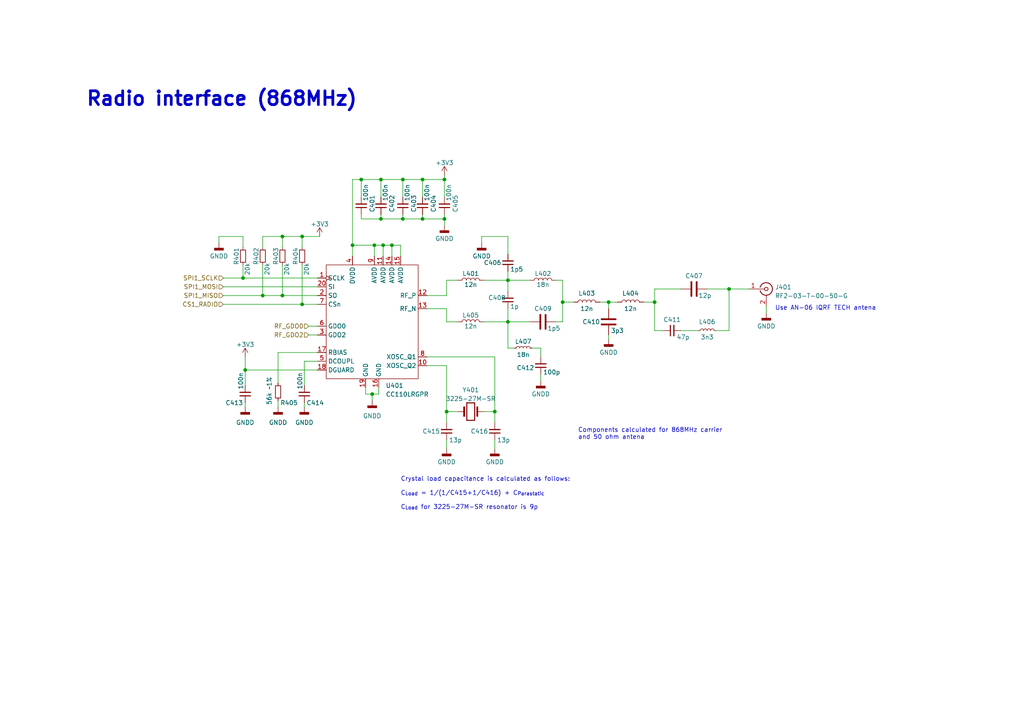
<source format=kicad_sch>
(kicad_sch (version 20230121) (generator eeschema)
  (paper "A4")
  (lib_symbols
    (symbol "Connector:Conn_Coaxial" (pin_names (offset 1.016) hide)
      (property "Reference" "J" (at 0.254 3.048 0))
      (property "Value" "Conn_Coaxial" (at 2.921 0 90))
      (symbol "Conn_Coaxial_0_1"
        (arc (start -1.778 -0.508) (mid 0.222 -1.808) (end 1.778 0) (stroke (width 0.254)))
        (polyline (pts (xy -2.54 0) (xy -0.508 0)))
        (polyline (pts (xy 0 -2.54) (xy 0 -1.778)))
        (circle (center 0 0) (radius 0.508) (stroke (width 0.2032)))
        (arc (start 1.778 0) (mid 0.222 1.8083) (end -1.778 0.508) (stroke (width 0.254)))
      )
      (symbol "Conn_Coaxial_1_1"
        (pin passive line (at -5.08 0 0) (length 2.54) (name "In") (number "1"))
        (pin passive line (at 0 -5.08 90) (length 2.54) (name "Ext") (number "2"))
      )
    )
    (symbol "CustomSymbols:CC110LRGPR"
      (property "Reference" "U" (at 1.27 1.27 0))
      (property "Value" "CC110LRGPR" (at 1.27 -1.27 0))
      (symbol "CC110LRGPR_0_1"
        (rectangle (start 2.54 -2.54) (end 29.21 -35.56) (stroke (width 0.1524)))
      )
      (symbol "CC110LRGPR_1_1"
        (pin input clock (at 0 -6.35 0) (length 2.54) (name "SCLK") (number "1"))
        (pin input line (at 31.75 -31.75 180) (length 2.54) (name "XOSC_Q2") (number "10"))
        (pin power_in line (at 19.05 0 270) (length 2.54) (name "AVDD") (number "11"))
        (pin input line (at 31.75 -11.43 180) (length 2.54) (name "RF_P") (number "12"))
        (pin input line (at 31.75 -15.24 180) (length 2.54) (name "RF_N") (number "13"))
        (pin power_in line (at 21.59 0 270) (length 2.54) (name "AVDD") (number "14"))
        (pin power_in line (at 24.13 0 270) (length 2.54) (name "AVDD") (number "15"))
        (pin input line (at 17.78 -38.1 90) (length 2.54) (name "GND") (number "16"))
        (pin input line (at 0 -27.94 0) (length 2.54) (name "RBIAS") (number "17"))
        (pin input line (at 0 -33.02 0) (length 2.54) (name "DGUARD") (number "18"))
        (pin input line (at 13.97 -38.1 90) (length 2.54) (name "GND") (number "19"))
        (pin output line (at 0 -11.43 0) (length 2.54) (name "SO") (number "2"))
        (pin input line (at 0 -8.89 0) (length 2.54) (name "SI") (number "20"))
        (pin input line (at 0 -22.86 0) (length 2.54) (name "GDO2") (number "3"))
        (pin power_in line (at 10.16 0 270) (length 2.54) (name "DVDD") (number "4"))
        (pin input line (at 0 -30.48 0) (length 2.54) (name "DCOUPL") (number "5"))
        (pin input line (at 0 -20.32 0) (length 2.54) (name "GDO0") (number "6"))
        (pin input line (at 0 -13.97 0) (length 2.54) (name "CSn") (number "7"))
        (pin input line (at 31.75 -29.21 180) (length 2.54) (name "XOSC_Q1") (number "8"))
        (pin power_in line (at 16.51 0 270) (length 2.54) (name "AVDD") (number "9"))
      )
    )
    (symbol "Device:C" (pin_numbers hide) (pin_names (offset 0.254))
      (property "Reference" "C" (at 0.635 2.54 0))
      (property "Value" "C" (at 0.635 -2.54 0))
      (symbol "C_0_1"
        (polyline (pts (xy -2.032 -0.762) (xy 2.032 -0.762)) (stroke (width 0.508)))
        (polyline (pts (xy -2.032 0.762) (xy 2.032 0.762)) (stroke (width 0.508)))
      )
      (symbol "C_1_1"
        (pin passive line (at 0 3.81 270) (length 2.794) (name "~") (number "1"))
        (pin passive line (at 0 -3.81 90) (length 2.794) (name "~") (number "2"))
      )
    )
    (symbol "Device:C_Small" (pin_numbers hide) (pin_names (offset 0.254) hide)
      (property "Reference" "C" (at 0.254 1.778 0))
      (property "Value" "C_Small" (at 0.254 -2.032 0))
      (symbol "C_Small_0_1"
        (polyline (pts (xy -1.524 -0.508) (xy 1.524 -0.508)) (stroke (width 0.3302)))
        (polyline (pts (xy -1.524 0.508) (xy 1.524 0.508)) (stroke (width 0.3048)))
      )
      (symbol "C_Small_1_1"
        (pin passive line (at 0 2.54 270) (length 2.032) (name "~") (number "1"))
        (pin passive line (at 0 -2.54 90) (length 2.032) (name "~") (number "2"))
      )
    )
    (symbol "Device:Crystal" (pin_numbers hide) (pin_names (offset 1.016) hide)
      (property "Reference" "Y" (at 0 3.81 0))
      (property "Value" "Crystal" (at 0 -3.81 0))
      (symbol "Crystal_0_1"
        (rectangle (start -1.143 2.54) (end 1.143 -2.54) (stroke (width 0.3048)))
        (polyline (pts (xy -2.54 0) (xy -1.905 0)))
        (polyline (pts (xy -1.905 -1.27) (xy -1.905 1.27)) (stroke (width 0.508)))
        (polyline (pts (xy 1.905 -1.27) (xy 1.905 1.27)) (stroke (width 0.508)))
        (polyline (pts (xy 2.54 0) (xy 1.905 0)))
      )
      (symbol "Crystal_1_1"
        (pin passive line (at -3.81 0 0) (length 1.27) (name "1") (number "1"))
        (pin passive line (at 3.81 0 180) (length 1.27) (name "2") (number "2"))
      )
    )
    (symbol "Device:L" (pin_numbers hide) (pin_names (offset 1.016) hide)
      (property "Reference" "L" (at -1.27 0 90))
      (property "Value" "L" (at 1.905 0 90))
      (symbol "L_0_1"
        (arc (start 0 -2.54) (mid 0.6323 -1.905) (end 0 -1.27))
        (arc (start 0 -1.27) (mid 0.6323 -0.635) (end 0 0))
        (arc (start 0 0) (mid 0.6323 0.635) (end 0 1.27))
        (arc (start 0 1.27) (mid 0.6323 1.905) (end 0 2.54))
      )
      (symbol "L_1_1"
        (pin passive line (at 0 3.81 270) (length 1.27) (name "1") (number "1"))
        (pin passive line (at 0 -3.81 90) (length 1.27) (name "2") (number "2"))
      )
    )
    (symbol "Device:L_Small" (pin_numbers hide) (pin_names (offset 0.254) hide)
      (property "Reference" "L" (at 0.762 1.016 0))
      (property "Value" "L_Small" (at 0.762 -1.016 0))
      (symbol "L_Small_0_1"
        (arc (start 0 -2.032) (mid 0.5058 -1.524) (end 0 -1.016))
        (arc (start 0 -1.016) (mid 0.5058 -0.508) (end 0 0))
        (arc (start 0 0) (mid 0.5058 0.508) (end 0 1.016))
        (arc (start 0 1.016) (mid 0.5058 1.524) (end 0 2.032))
      )
      (symbol "L_Small_1_1"
        (pin passive line (at 0 2.54 270) (length 0.508) (name "~") (number "1"))
        (pin passive line (at 0 -2.54 90) (length 0.508) (name "~") (number "2"))
      )
    )
    (symbol "Device:R_Small" (pin_numbers hide) (pin_names (offset 0.254) hide)
      (property "Reference" "R" (at 0.762 0.508 0))
      (property "Value" "R_Small" (at 0.762 -1.016 0))
      (symbol "R_Small_0_1"
        (rectangle (start -0.762 1.778) (end 0.762 -1.778) (stroke (width 0.2032)))
      )
      (symbol "R_Small_1_1"
        (pin passive line (at 0 2.54 270) (length 0.762) (name "~") (number "1"))
        (pin passive line (at 0 -2.54 90) (length 0.762) (name "~") (number "2"))
      )
    )
    (symbol "power:+3V3" (power) (pin_names (offset 0))
      (property "Value" "+3V3" (at 0 3.556 0))
      (symbol "+3V3_0_1"
        (polyline (pts (xy -0.762 1.27) (xy 0 2.54)))
        (polyline (pts (xy 0 0) (xy 0 2.54)))
        (polyline (pts (xy 0 2.54) (xy 0.762 1.27)))
      )
      (symbol "+3V3_1_1"
        (pin power_in line (at 0 0 90) (length 0) hide (name "+3V3") (number "1"))
      )
    )
    (symbol "power:GNDD" (power) (pin_names (offset 0))
      (property "Value" "GNDD" (at 0 -3.175 0))
      (symbol "GNDD_0_1"
        (rectangle (start -1.27 -1.524) (end 1.27 -2.032) (stroke (width 0.254)) (fill (type outline)))
        (polyline (pts (xy 0 0) (xy 0 -1.524)))
      )
      (symbol "GNDD_1_1"
        (pin power_in line (at 0 0 270) (length 0) hide (name "GNDD") (number "1"))
      )
    )
  )
  (junction (at 128.905 63.5))
  (junction (at 108.585 71.12))
  (junction (at 81.915 85.725))
  (junction (at 81.915 68.58))
  (junction (at 87.63 68.58))
  (junction (at 122.555 63.5))
  (junction (at 102.235 71.12))
  (junction (at 116.84 52.07))
  (junction (at 71.12 107.315))
  (junction (at 211.455 83.82))
  (junction (at 104.775 52.07))
  (junction (at 110.49 63.5))
  (junction (at 189.865 87.63))
  (junction (at 113.665 71.12))
  (junction (at 129.54 119.38))
  (junction (at 70.485 80.645))
  (junction (at 110.49 52.07))
  (junction (at 143.51 119.38))
  (junction (at 122.555 52.07))
  (junction (at 111.125 71.12))
  (junction (at 87.63 88.265))
  (junction (at 147.32 93.345))
  (junction (at 176.53 87.63))
  (junction (at 107.95 114.3))
  (junction (at 116.84 63.5))
  (junction (at 76.2 85.725))
  (junction (at 128.905 52.07))
  (junction (at 147.32 81.28))
  (junction (at 163.195 87.63))
  (wire (pts (xy 109.855 112.395) (xy 109.855 114.3)))
  (wire (pts (xy 189.865 95.885) (xy 189.865 87.63)))
  (wire (pts (xy 64.77 85.725) (xy 76.2 85.725)))
  (wire (pts (xy 116.205 71.12) (xy 113.665 71.12)))
  (wire (pts (xy 122.555 52.07) (xy 122.555 57.15)))
  (wire (pts (xy 81.915 76.835) (xy 81.915 85.725)))
  (wire (pts (xy 71.12 111.76) (xy 71.12 107.315)))
  (wire (pts (xy 211.455 95.885) (xy 211.455 83.82)))
  (wire (pts (xy 63.5 68.58) (xy 70.485 68.58)))
  (wire (pts (xy 207.645 95.885) (xy 211.455 95.885)))
  (wire (pts (xy 128.905 52.07) (xy 128.905 57.15)))
  (wire (pts (xy 111.125 71.12) (xy 111.125 74.295)))
  (wire (pts (xy 87.63 88.265) (xy 92.075 88.265)))
  (wire (pts (xy 147.32 100.965) (xy 147.32 93.345)))
  (wire (pts (xy 176.53 87.63) (xy 176.53 89.535)))
  (wire (pts (xy 123.825 106.045) (xy 129.54 106.045)))
  (wire (pts (xy 81.915 85.725) (xy 92.075 85.725)))
  (wire (pts (xy 147.32 93.345) (xy 147.32 89.535)))
  (wire (pts (xy 143.51 127.635) (xy 143.51 130.175)))
  (wire (pts (xy 116.84 62.23) (xy 116.84 63.5)))
  (wire (pts (xy 186.69 87.63) (xy 189.865 87.63)))
  (wire (pts (xy 197.485 95.885) (xy 202.565 95.885)))
  (wire (pts (xy 92.71 68.58) (xy 87.63 68.58)))
  (wire (pts (xy 123.825 89.535) (xy 129.54 89.535)))
  (wire (pts (xy 129.54 127.635) (xy 129.54 130.175)))
  (wire (pts (xy 89.535 94.615) (xy 92.075 94.615)))
  (wire (pts (xy 110.49 62.23) (xy 110.49 63.5)))
  (wire (pts (xy 192.405 95.885) (xy 189.865 95.885)))
  (wire (pts (xy 88.265 111.76) (xy 88.265 104.775)))
  (wire (pts (xy 163.195 93.345) (xy 163.195 87.63)))
  (wire (pts (xy 104.775 63.5) (xy 110.49 63.5)))
  (wire (pts (xy 116.84 52.07) (xy 116.84 57.15)))
  (wire (pts (xy 189.865 83.82) (xy 197.485 83.82)))
  (wire (pts (xy 176.53 87.63) (xy 179.07 87.63)))
  (wire (pts (xy 176.53 97.155) (xy 176.53 98.425)))
  (wire (pts (xy 104.775 57.15) (xy 104.775 52.07)))
  (wire (pts (xy 161.29 93.345) (xy 163.195 93.345)))
  (wire (pts (xy 102.235 71.12) (xy 102.235 74.295)))
  (wire (pts (xy 129.54 89.535) (xy 129.54 93.345)))
  (wire (pts (xy 108.585 71.12) (xy 108.585 74.295)))
  (wire (pts (xy 129.54 119.38) (xy 129.54 122.555)))
  (wire (pts (xy 64.77 80.645) (xy 70.485 80.645)))
  (wire (pts (xy 132.715 119.38) (xy 129.54 119.38)))
  (wire (pts (xy 113.665 71.12) (xy 113.665 74.295)))
  (wire (pts (xy 108.585 71.12) (xy 102.235 71.12)))
  (wire (pts (xy 122.555 52.07) (xy 116.84 52.07)))
  (wire (pts (xy 111.125 71.12) (xy 108.585 71.12)))
  (wire (pts (xy 147.32 81.28) (xy 153.67 81.28)))
  (wire (pts (xy 143.51 103.505) (xy 143.51 119.38)))
  (wire (pts (xy 71.12 116.84) (xy 71.12 118.11)))
  (wire (pts (xy 147.32 68.58) (xy 147.32 73.66)))
  (wire (pts (xy 156.845 108.585) (xy 156.845 110.49)))
  (wire (pts (xy 123.825 103.505) (xy 143.51 103.505)))
  (wire (pts (xy 156.845 100.965) (xy 154.305 100.965)))
  (wire (pts (xy 129.54 85.725) (xy 129.54 81.28)))
  (wire (pts (xy 106.045 114.3) (xy 107.95 114.3)))
  (wire (pts (xy 80.645 102.235) (xy 92.075 102.235)))
  (wire (pts (xy 76.2 76.835) (xy 76.2 85.725)))
  (wire (pts (xy 71.12 103.505) (xy 71.12 107.315)))
  (wire (pts (xy 81.915 68.58) (xy 81.915 71.755)))
  (wire (pts (xy 143.51 119.38) (xy 143.51 122.555)))
  (wire (pts (xy 129.54 93.345) (xy 132.715 93.345)))
  (wire (pts (xy 89.535 97.155) (xy 92.075 97.155)))
  (wire (pts (xy 87.63 68.58) (xy 87.63 71.755)))
  (wire (pts (xy 211.455 83.82) (xy 217.17 83.82)))
  (wire (pts (xy 81.915 68.58) (xy 76.2 68.58)))
  (wire (pts (xy 76.2 85.725) (xy 81.915 85.725)))
  (wire (pts (xy 189.865 87.63) (xy 189.865 83.82)))
  (wire (pts (xy 128.905 52.07) (xy 122.555 52.07)))
  (wire (pts (xy 128.905 63.5) (xy 122.555 63.5)))
  (wire (pts (xy 122.555 62.23) (xy 122.555 63.5)))
  (wire (pts (xy 163.195 81.28) (xy 163.195 87.63)))
  (wire (pts (xy 129.54 106.045) (xy 129.54 119.38)))
  (wire (pts (xy 87.63 76.835) (xy 87.63 88.265)))
  (wire (pts (xy 222.25 88.9) (xy 222.25 90.805)))
  (wire (pts (xy 104.775 62.23) (xy 104.775 63.5)))
  (wire (pts (xy 156.845 103.505) (xy 156.845 100.965)))
  (wire (pts (xy 109.855 114.3) (xy 107.95 114.3)))
  (wire (pts (xy 128.905 63.5) (xy 128.905 65.405)))
  (wire (pts (xy 110.49 52.07) (xy 110.49 57.15)))
  (wire (pts (xy 173.99 87.63) (xy 176.53 87.63)))
  (wire (pts (xy 102.235 52.07) (xy 102.235 71.12)))
  (wire (pts (xy 70.485 68.58) (xy 70.485 71.755)))
  (wire (pts (xy 161.29 81.28) (xy 163.195 81.28)))
  (wire (pts (xy 139.7 70.485) (xy 139.7 68.58)))
  (wire (pts (xy 107.95 114.3) (xy 107.95 116.205)))
  (wire (pts (xy 128.905 50.8) (xy 128.905 52.07)))
  (wire (pts (xy 129.54 81.28) (xy 132.715 81.28)))
  (wire (pts (xy 128.905 62.23) (xy 128.905 63.5)))
  (wire (pts (xy 70.485 76.835) (xy 70.485 80.645)))
  (wire (pts (xy 116.205 74.295) (xy 116.205 71.12)))
  (wire (pts (xy 80.645 118.11) (xy 80.645 116.205)))
  (wire (pts (xy 64.77 83.185) (xy 92.075 83.185)))
  (wire (pts (xy 149.225 100.965) (xy 147.32 100.965)))
  (wire (pts (xy 123.825 85.725) (xy 129.54 85.725)))
  (wire (pts (xy 116.84 63.5) (xy 122.555 63.5)))
  (wire (pts (xy 139.7 68.58) (xy 147.32 68.58)))
  (wire (pts (xy 87.63 68.58) (xy 81.915 68.58)))
  (wire (pts (xy 92.075 107.315) (xy 71.12 107.315)))
  (wire (pts (xy 147.32 81.28) (xy 147.32 84.455)))
  (wire (pts (xy 70.485 80.645) (xy 92.075 80.645)))
  (wire (pts (xy 140.335 93.345) (xy 147.32 93.345)))
  (wire (pts (xy 163.195 87.63) (xy 166.37 87.63)))
  (wire (pts (xy 140.335 119.38) (xy 143.51 119.38)))
  (wire (pts (xy 102.235 52.07) (xy 104.775 52.07)))
  (wire (pts (xy 88.265 104.775) (xy 92.075 104.775)))
  (wire (pts (xy 88.265 116.84) (xy 88.265 118.11)))
  (wire (pts (xy 211.455 83.82) (xy 205.105 83.82)))
  (wire (pts (xy 76.2 68.58) (xy 76.2 71.755)))
  (wire (pts (xy 110.49 63.5) (xy 116.84 63.5)))
  (wire (pts (xy 140.335 81.28) (xy 147.32 81.28)))
  (wire (pts (xy 106.045 112.395) (xy 106.045 114.3)))
  (wire (pts (xy 63.5 70.485) (xy 63.5 68.58)))
  (wire (pts (xy 80.645 111.125) (xy 80.645 102.235)))
  (wire (pts (xy 147.32 78.74) (xy 147.32 81.28)))
  (wire (pts (xy 64.77 88.265) (xy 87.63 88.265)))
  (wire (pts (xy 110.49 52.07) (xy 104.775 52.07)))
  (wire (pts (xy 116.84 52.07) (xy 110.49 52.07)))
  (wire (pts (xy 113.665 71.12) (xy 111.125 71.12)))
  (wire (pts (xy 147.32 93.345) (xy 153.67 93.345)))
  (text "Crystal load capacitance is calculated as follows:\n\nC_{Load} = 1/(1/${d22a4b1b-e9dc-48f7-85f2-7fbf2584ebb6:REFERENCE}+1/${a2737903-30d2-40ad-8093-50eec4b65417:REFERENCE}) + C_{Parastatic}\n\nC_{Load} for 3225-27M-SR resonator is 9p" (at 116.205 147.955 0) (effects (font (size 1.27 1.27)) (justify left bottom)))
  (text "Radio interface (868MHz)" (at 24.765 31.115 0) (effects (font (size 4 4) (thickness 0.8) bold) (justify left bottom)))
  (text "Components calculated for 868MHz carrier\nand 50 ohm antena" (at 167.64 127.635 0) (effects (font (size 1.27 1.27)) (justify left bottom)))
  (text "Use AN-06 IQRF TECH antena" (at 224.79 90.17 0) (effects (font (size 1.27 1.27)) (justify left bottom)))
  (hierarchical_label "SPI1_MISO" (shape input) (at 64.77 85.725 180))
  (hierarchical_label "CS1_RADIO" (shape input) (at 64.77 88.265 180))
  (hierarchical_label "SPI1_SCLK" (shape input) (at 64.77 80.645 180))
  (hierarchical_label "SPI1_MOSI" (shape input) (at 64.77 83.185 180))
  (hierarchical_label "RF_GDO0" (shape input) (at 89.535 94.615 180))
  (hierarchical_label "RF_GDO2" (shape input) (at 89.535 97.155 180))
  (symbol (lib_id "power:GNDD") (at 80.645 118.11 0) (unit 1)
    (property "Reference" "#PWR0412" (effects hide))
    (property "Value" "GNDD" (at 80.645 122.555 0))
  )
  (symbol (lib_id "Device:R_Small") (at 76.2 74.295 0) (mirror y) (unit 1)
    (property "Reference" "R402" (at 74.295 71.755 90) (effects (justify right)))
    (property "Value" "20k" (at 77.47 76.2 90) (effects (justify right)))
    (property "Footprint" "Resistor_SMD:R_0805_2012Metric_Pad1.20x1.40mm_HandSolder" (effects hide))
  )
  (symbol (lib_id "Device:C_Small") (at 116.84 59.69 0) (mirror x) (unit 1)
    (property "Reference" "C403" (at 120.015 59.055 90))
    (property "Value" "100n" (at 118.11 55.88 90))
    (property "Footprint" "Capacitor_SMD:C_0805_2012Metric_Pad1.18x1.45mm_HandSolder" (effects hide))
  )
  (symbol (lib_id "Device:C_Small") (at 194.945 95.885 90) (unit 1)
    (property "Reference" "C411" (at 194.945 92.71 90))
    (property "Value" "47p" (at 198.12 97.79 90))
  )
  (symbol (lib_id "Connector:Conn_Coaxial") (at 222.25 83.82 0) (unit 1)
    (property "Reference" "J401" (at 224.79 83.2785 0) (effects (justify left)))
    (property "Value" "RF2-03-T-00-50-G" (at 224.79 85.8154 0) (effects (justify left)))
    (property "Datasheet" " ~" (effects hide))
  )
  (symbol (lib_id "Device:L") (at 136.525 93.345 90) (unit 1)
    (property "Reference" "L405" (at 136.525 91.44 90))
    (property "Value" "12n" (at 136.525 94.615 90))
  )
  (symbol (lib_id "Device:C_Small") (at 128.905 59.69 0) (mirror x) (unit 1)
    (property "Reference" "C405" (at 132.08 59.055 90))
    (property "Value" "100n" (at 130.175 55.88 90))
    (property "Footprint" "Capacitor_SMD:C_0805_2012Metric_Pad1.18x1.45mm_HandSolder" (effects hide))
  )
  (symbol (lib_id "Device:R_Small") (at 70.485 74.295 0) (mirror y) (unit 1)
    (property "Reference" "R401" (at 68.58 71.755 90) (effects (justify right)))
    (property "Value" "20k" (at 71.755 76.2 90) (effects (justify right)))
    (property "Footprint" "Resistor_SMD:R_0805_2012Metric_Pad1.20x1.40mm_HandSolder" (effects hide))
  )
  (symbol (lib_id "power:+3V3") (at 92.71 68.58 0) (mirror y) (unit 1)
    (property "Reference" "#PWR0403" (effects hide))
    (property "Value" "+3V3" (at 92.71 65.0042 0))
  )
  (symbol (lib_id "power:GNDD") (at 71.12 118.11 0) (unit 1)
    (property "Reference" "#PWR0411" (effects hide))
    (property "Value" "GNDD" (at 71.12 122.555 0))
  )
  (symbol (lib_id "power:GNDD") (at 129.54 130.175 0) (unit 1)
    (property "Reference" "#PWR0414" (effects hide))
    (property "Value" "GNDD" (at 129.54 133.985 0))
  )
  (symbol (lib_id "Device:L") (at 170.18 87.63 90) (unit 1)
    (property "Reference" "L403" (at 170.18 85.09 90))
    (property "Value" "12n" (at 170.18 89.535 90))
  )
  (symbol (lib_id "power:GNDD") (at 63.5 70.485 0) (mirror y) (unit 1)
    (property "Reference" "#PWR0404" (effects hide))
    (property "Value" "GNDD" (at 63.5 74.295 0))
  )
  (symbol (lib_id "Device:R_Small") (at 87.63 74.295 0) (mirror y) (unit 1)
    (property "Reference" "R404" (at 85.725 71.755 90) (effects (justify right)))
    (property "Value" "20k" (at 88.9 76.2 90) (effects (justify right)))
    (property "Footprint" "Resistor_SMD:R_0805_2012Metric_Pad1.20x1.40mm_HandSolder" (effects hide))
  )
  (symbol (lib_id "power:+3V3") (at 128.905 50.8 0) (mirror y) (unit 1)
    (property "Reference" "#PWR0401" (effects hide))
    (property "Value" "+3V3" (at 128.905 47.2242 0))
  )
  (symbol (lib_id "Device:C_Small") (at 71.12 114.3 180) (unit 1)
    (property "Reference" "C413" (at 67.945 116.84 0))
    (property "Value" "100n" (at 69.85 110.49 90))
    (property "Footprint" "Capacitor_SMD:C_0805_2012Metric_Pad1.18x1.45mm_HandSolder" (effects hide))
  )
  (symbol (lib_id "power:+3V3") (at 71.12 103.505 0) (unit 1)
    (property "Reference" "#PWR0408" (effects hide))
    (property "Value" "+3V3" (at 71.12 99.9292 0))
  )
  (symbol (lib_id "Device:C_Small") (at 110.49 59.69 0) (mirror x) (unit 1)
    (property "Reference" "C402" (at 113.665 59.055 90))
    (property "Value" "100n" (at 111.76 55.88 90))
    (property "Footprint" "Capacitor_SMD:C_0805_2012Metric_Pad1.18x1.45mm_HandSolder" (effects hide))
  )
  (symbol (lib_id "power:GNDD") (at 222.25 90.805 0) (unit 1)
    (property "Reference" "#PWR0406" (effects hide))
    (property "Value" "GNDD" (at 222.25 94.615 0))
  )
  (symbol (lib_id "Device:C_Small") (at 156.845 106.045 180) (unit 1)
    (property "Reference" "C412" (at 152.4 106.68 0))
    (property "Value" "100p" (at 160.02 107.95 0))
    (property "Footprint" "Capacitor_SMD:C_0805_2012Metric_Pad1.18x1.45mm_HandSolder" (effects hide))
  )
  (symbol (lib_id "Device:R_Small") (at 81.915 74.295 0) (mirror y) (unit 1)
    (property "Reference" "R403" (at 80.01 71.755 90) (effects (justify right)))
    (property "Value" "20k" (at 83.185 76.2 90) (effects (justify right)))
    (property "Footprint" "Resistor_SMD:R_0805_2012Metric_Pad1.20x1.40mm_HandSolder" (effects hide))
  )
  (symbol (lib_id "Device:C_Small") (at 88.265 114.3 180) (unit 1)
    (property "Reference" "C414" (at 91.44 116.84 0))
    (property "Value" "100n" (at 86.995 110.49 90))
    (property "Footprint" "Capacitor_SMD:C_0805_2012Metric_Pad1.18x1.45mm_HandSolder" (effects hide))
  )
  (symbol (lib_id "Device:L") (at 136.525 81.28 90) (unit 1)
    (property "Reference" "L401" (at 136.525 79.375 90))
    (property "Value" "12n" (at 136.525 82.55 90))
  )
  (symbol (lib_id "power:GNDD") (at 143.51 130.175 0) (unit 1)
    (property "Reference" "#PWR0415" (effects hide))
    (property "Value" "GNDD" (at 143.51 133.985 0))
  )
  (symbol (lib_id "Device:L_Small") (at 151.765 100.965 90) (unit 1)
    (property "Reference" "L407" (at 151.765 99.06 90))
    (property "Value" "18n" (at 151.765 102.87 90))
  )
  (symbol (lib_id "Device:C") (at 176.53 93.345 180) (unit 1)
    (property "Reference" "C410" (at 168.91 93.345 0) (effects (justify right)))
    (property "Value" "3p3" (at 177.165 95.885 0) (effects (justify right)))
  )
  (symbol (lib_id "Device:C_Small") (at 143.51 125.095 0) (mirror x) (unit 1)
    (property "Reference" "C416" (at 141.605 125.095 0) (effects (justify right)))
    (property "Value" "13p" (at 147.955 127.635 0) (effects (justify right)))
  )
  (symbol (lib_id "Device:R_Small") (at 80.645 113.665 0) (unit 1)
    (property "Reference" "R405" (at 81.28 116.84 0) (effects (justify left)))
    (property "Value" "56k ~1%" (at 78.105 117.475 90) (effects (justify left)))
  )
  (symbol (lib_id "Device:L_Small") (at 205.105 95.885 90) (unit 1)
    (property "Reference" "L406" (at 205.105 93.345 90))
    (property "Value" "3n3" (at 205.105 97.79 90))
  )
  (symbol (lib_id "Device:C") (at 157.48 93.345 90) (unit 1)
    (property "Reference" "C409" (at 157.48 89.535 90))
    (property "Value" "1p5" (at 160.655 95.25 90))
  )
  (symbol (lib_id "Device:C_Small") (at 122.555 59.69 0) (mirror x) (unit 1)
    (property "Reference" "C404" (at 125.73 59.055 90))
    (property "Value" "100n" (at 123.825 55.88 90))
    (property "Footprint" "Capacitor_SMD:C_0805_2012Metric_Pad1.18x1.45mm_HandSolder" (effects hide))
  )
  (symbol (lib_id "Device:C_Small") (at 104.775 59.69 0) (mirror x) (unit 1)
    (property "Reference" "C401" (at 107.95 59.055 90))
    (property "Value" "100n" (at 106.045 55.88 90))
    (property "Footprint" "Capacitor_SMD:C_0805_2012Metric_Pad1.18x1.45mm_HandSolder" (effects hide))
  )
  (symbol (lib_id "power:GNDD") (at 139.7 70.485 0) (unit 1)
    (property "Reference" "#PWR0405" (effects hide))
    (property "Value" "GNDD" (at 139.7 74.295 0))
  )
  (symbol (lib_id "Device:Crystal") (at 136.525 119.38 0) (unit 1)
    (property "Reference" "Y401" (at 136.525 113.1148 0))
    (property "Value" "3225-27M-SR" (at 136.525 115.6517 0))
  )
  (symbol (lib_id "Device:C_Small") (at 147.32 76.2 180) (unit 1)
    (property "Reference" "C406" (at 142.875 76.2 0))
    (property "Value" "1p5" (at 149.86 78.105 0))
    (property "Footprint" "Capacitor_SMD:C_0805_2012Metric_Pad1.18x1.45mm_HandSolder" (effects hide))
  )
  (symbol (lib_id "CustomSymbols:CC110LRGPR") (at 92.075 74.295 0) (unit 1)
    (property "Reference" "U401" (at 111.8744 111.8346 0) (effects (justify left)))
    (property "Value" "CC110LRGPR" (at 111.8744 114.3715 0) (effects (justify left)))
    (property "Footprint" "Package_DFN_QFN:QFN-20-1EP_4x4mm_P0.5mm_EP2.5x2.5mm_ThermalVias" (effects hide))
  )
  (symbol (lib_id "Device:C") (at 201.295 83.82 90) (unit 1)
    (property "Reference" "C407" (at 201.295 80.01 90))
    (property "Value" "12p" (at 204.47 85.725 90))
  )
  (symbol (lib_id "power:GNDD") (at 128.905 65.405 0) (mirror y) (unit 1)
    (property "Reference" "#PWR0402" (effects hide))
    (property "Value" "GNDD" (at 128.905 69.215 0))
  )
  (symbol (lib_id "Device:C_Small") (at 129.54 125.095 0) (mirror x) (unit 1)
    (property "Reference" "C415" (at 127.635 125.095 0) (effects (justify right)))
    (property "Value" "13p" (at 133.985 127.635 0) (effects (justify right)))
  )
  (symbol (lib_id "power:GNDD") (at 176.53 98.425 0) (unit 1)
    (property "Reference" "#PWR0407" (effects hide))
    (property "Value" "GNDD" (at 176.53 102.235 0))
  )
  (symbol (lib_id "power:GNDD") (at 107.95 116.205 0) (unit 1)
    (property "Reference" "#PWR0410" (effects hide))
    (property "Value" "GNDD" (at 107.95 120.65 0))
  )
  (symbol (lib_id "Device:L") (at 157.48 81.28 90) (unit 1)
    (property "Reference" "L402" (at 157.48 79.375 90))
    (property "Value" "18n" (at 157.48 82.55 90))
  )
  (symbol (lib_id "Device:C_Small") (at 147.32 86.995 180) (unit 1)
    (property "Reference" "C408" (at 144.145 86.36 0))
    (property "Value" "1p" (at 149.225 88.9 0))
    (property "Footprint" "Capacitor_SMD:C_0805_2012Metric_Pad1.18x1.45mm_HandSolder" (effects hide))
  )
  (symbol (lib_id "power:GNDD") (at 156.845 110.49 0) (unit 1)
    (property "Reference" "#PWR0409" (effects hide))
    (property "Value" "GNDD" (at 156.845 114.3 0))
  )
  (symbol (lib_id "Device:L") (at 182.88 87.63 90) (unit 1)
    (property "Reference" "L404" (at 182.88 85.09 90))
    (property "Value" "12n" (at 182.88 89.535 90))
  )
  (symbol (lib_id "power:GNDD") (at 88.265 118.11 0) (unit 1)
    (property "Reference" "#PWR0413" (effects hide))
    (property "Value" "GNDD" (at 88.265 122.555 0))
  )
)
</source>
